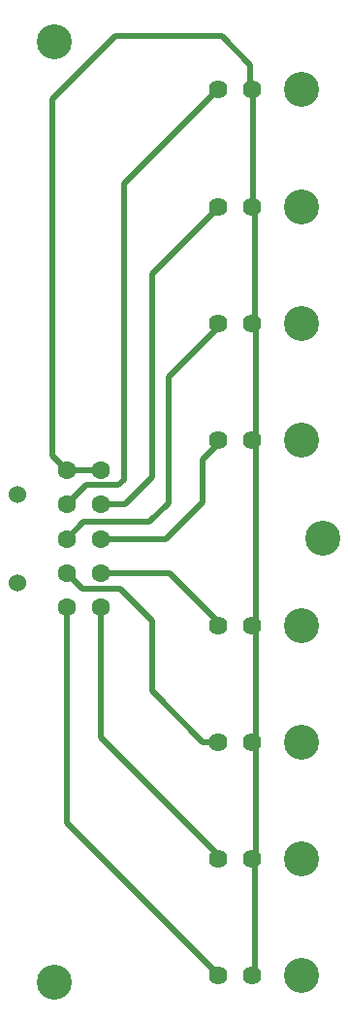
<source format=gtl>
G04*
G04 #@! TF.GenerationSoftware,Altium Limited,Altium Designer,21.6.4 (81)*
G04*
G04 Layer_Physical_Order=1*
G04 Layer_Color=255*
%FSLAX25Y25*%
%MOIN*%
G70*
G04*
G04 #@! TF.SameCoordinates,D5AC2A0C-6B64-4F22-A7EC-2E28CE3556BC*
G04*
G04*
G04 #@! TF.FilePolarity,Positive*
G04*
G01*
G75*
%ADD19C,0.02000*%
%ADD20C,0.06319*%
%ADD21C,0.06004*%
%ADD22C,0.06378*%
%ADD23C,0.12008*%
%ADD24C,0.12000*%
D19*
X320000Y95300D02*
X356500D01*
X298400Y73700D02*
X320000Y95300D01*
X298400Y-48689D02*
Y73700D01*
Y-48689D02*
X303189Y-53478D01*
X315000Y-145354D02*
X356592Y-186946D01*
X315000Y-145354D02*
Y-100722D01*
X303189Y-174492D02*
Y-100722D01*
Y-174492D02*
X355689Y-226991D01*
X332600Y-129400D02*
X350100Y-146900D01*
X356592D01*
X321800Y-94400D02*
X332600Y-105200D01*
Y-129400D02*
Y-105200D01*
X308678Y-94400D02*
X321800D01*
X303189Y-88911D02*
X308678Y-94400D01*
X315000Y-88911D02*
X338648D01*
X356592Y-106854D01*
X349900Y-50029D02*
X356592Y-43337D01*
X349900Y-64500D02*
Y-50029D01*
X337300Y-77100D02*
X349900Y-64500D01*
X315000Y-77100D02*
X337300D01*
X303189D02*
X308989Y-71300D01*
X331800D01*
X338300Y-64800D01*
Y-21583D01*
X356592Y-3291D01*
X332600Y-55900D02*
Y13673D01*
X355681Y36754D01*
X323211Y-65289D02*
X332600Y-55900D01*
X315000Y-65289D02*
X323211D01*
X303189D02*
X309878Y-58600D01*
X321133D01*
X322925Y-56808D01*
Y44744D01*
X355181Y77000D01*
X303189Y-53478D02*
X315000D01*
X367500Y-226991D02*
X367951Y-226540D01*
Y-187397D02*
X368403Y-186946D01*
X367951Y-226540D02*
Y-187397D01*
X368403Y-186946D02*
Y-146900D01*
Y-106854D01*
Y-43337D01*
Y-3291D01*
X367947Y-2836D02*
Y36299D01*
Y-2836D02*
X368403Y-3291D01*
X367492Y36754D02*
X367947Y36299D01*
X367242Y37004D02*
X367492Y36754D01*
X367242Y37004D02*
Y76750D01*
X366992Y77000D02*
X367242Y76750D01*
X366400Y77592D02*
X366992Y77000D01*
X366400Y77592D02*
Y85400D01*
X356500Y95300D02*
X366400Y85400D01*
D20*
X303189Y-100722D02*
D03*
Y-88911D02*
D03*
Y-77100D02*
D03*
Y-65289D02*
D03*
Y-53478D02*
D03*
X315000Y-100722D02*
D03*
Y-88911D02*
D03*
Y-77100D02*
D03*
Y-65289D02*
D03*
Y-53478D02*
D03*
D21*
X286181Y-61942D02*
D03*
Y-92257D02*
D03*
D22*
X366992Y-186946D02*
D03*
X355181D02*
D03*
X366992Y-146900D02*
D03*
X355181D02*
D03*
X366992Y-106854D02*
D03*
X355181D02*
D03*
X366992Y-43337D02*
D03*
X355181D02*
D03*
X366992Y-3291D02*
D03*
X355181D02*
D03*
X366992Y77000D02*
D03*
X355181D02*
D03*
X366992Y36754D02*
D03*
X355181D02*
D03*
X366992Y-226991D02*
D03*
X355181D02*
D03*
D23*
X384000Y-186946D02*
D03*
Y-146900D02*
D03*
Y-106854D02*
D03*
Y-43337D02*
D03*
Y-3291D02*
D03*
Y77000D02*
D03*
Y36754D02*
D03*
Y-226991D02*
D03*
D24*
X391200Y-76800D02*
D03*
X299100Y93500D02*
D03*
X299000Y-229200D02*
D03*
M02*

</source>
